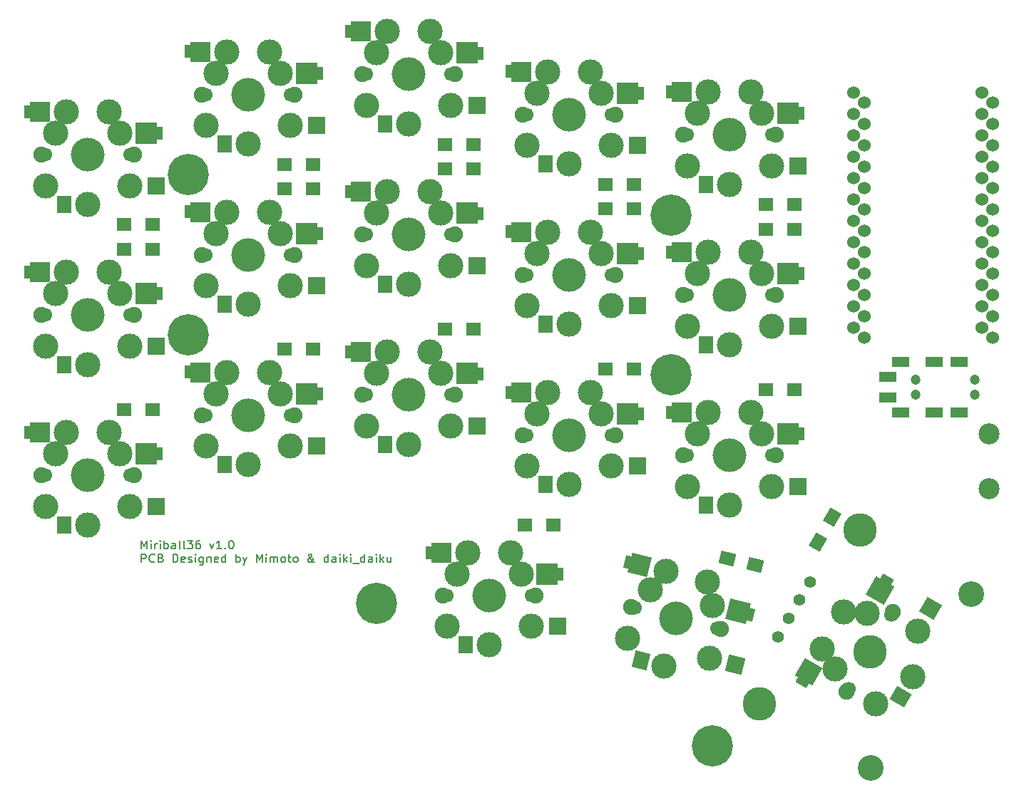
<source format=gbr>
%TF.GenerationSoftware,KiCad,Pcbnew,8.0.2-1*%
%TF.CreationDate,2024-06-10T16:48:46+09:00*%
%TF.ProjectId,Miriball36,4d697269-6261-46c6-9c33-362e6b696361,rev?*%
%TF.SameCoordinates,Original*%
%TF.FileFunction,Soldermask,Top*%
%TF.FilePolarity,Negative*%
%FSLAX46Y46*%
G04 Gerber Fmt 4.6, Leading zero omitted, Abs format (unit mm)*
G04 Created by KiCad (PCBNEW 8.0.2-1) date 2024-06-10 16:48:46*
%MOMM*%
%LPD*%
G01*
G04 APERTURE LIST*
G04 Aperture macros list*
%AMRotRect*
0 Rectangle, with rotation*
0 The origin of the aperture is its center*
0 $1 length*
0 $2 width*
0 $3 Rotation angle, in degrees counterclockwise*
0 Add horizontal line*
21,1,$1,$2,0,0,$3*%
G04 Aperture macros list end*
%ADD10C,0.150000*%
%ADD11R,1.800000X1.500000*%
%ADD12C,4.900000*%
%ADD13C,1.900000*%
%ADD14C,1.700000*%
%ADD15C,3.000000*%
%ADD16C,4.000000*%
%ADD17R,0.700000X1.500000*%
%ADD18R,2.400000X2.400000*%
%ADD19R,2.000000X2.000000*%
%ADD20R,1.800000X2.000000*%
%ADD21R,2.500000X2.500000*%
%ADD22C,3.987800*%
%ADD23C,3.048000*%
%ADD24RotRect,0.700000X1.500000X60.000000*%
%ADD25RotRect,2.400000X2.400000X240.000000*%
%ADD26RotRect,2.000000X2.000000X240.000000*%
%ADD27RotRect,1.800000X2.000000X240.000000*%
%ADD28RotRect,2.500000X2.500000X240.000000*%
%ADD29C,1.397000*%
%ADD30C,1.200000*%
%ADD31R,2.100000X1.200000*%
%ADD32RotRect,1.800000X1.500000X240.000000*%
%ADD33RotRect,1.800000X1.500000X166.000000*%
%ADD34C,2.500000*%
%ADD35RotRect,0.700000X1.500000X346.000000*%
%ADD36RotRect,2.400000X2.400000X166.000000*%
%ADD37RotRect,2.000000X2.000000X166.000000*%
%ADD38RotRect,1.800000X2.000000X166.000000*%
%ADD39RotRect,2.500000X2.500000X166.000000*%
%ADD40C,1.524000*%
G04 APERTURE END LIST*
D10*
X64176779Y-105399875D02*
X64176779Y-104399875D01*
X64176779Y-104399875D02*
X64510112Y-105114160D01*
X64510112Y-105114160D02*
X64843445Y-104399875D01*
X64843445Y-104399875D02*
X64843445Y-105399875D01*
X65319636Y-105399875D02*
X65319636Y-104733208D01*
X65319636Y-104399875D02*
X65272017Y-104447494D01*
X65272017Y-104447494D02*
X65319636Y-104495113D01*
X65319636Y-104495113D02*
X65367255Y-104447494D01*
X65367255Y-104447494D02*
X65319636Y-104399875D01*
X65319636Y-104399875D02*
X65319636Y-104495113D01*
X65795826Y-105399875D02*
X65795826Y-104733208D01*
X65795826Y-104923684D02*
X65843445Y-104828446D01*
X65843445Y-104828446D02*
X65891064Y-104780827D01*
X65891064Y-104780827D02*
X65986302Y-104733208D01*
X65986302Y-104733208D02*
X66081540Y-104733208D01*
X66414874Y-105399875D02*
X66414874Y-104733208D01*
X66414874Y-104399875D02*
X66367255Y-104447494D01*
X66367255Y-104447494D02*
X66414874Y-104495113D01*
X66414874Y-104495113D02*
X66462493Y-104447494D01*
X66462493Y-104447494D02*
X66414874Y-104399875D01*
X66414874Y-104399875D02*
X66414874Y-104495113D01*
X66891064Y-105399875D02*
X66891064Y-104399875D01*
X66891064Y-104780827D02*
X66986302Y-104733208D01*
X66986302Y-104733208D02*
X67176778Y-104733208D01*
X67176778Y-104733208D02*
X67272016Y-104780827D01*
X67272016Y-104780827D02*
X67319635Y-104828446D01*
X67319635Y-104828446D02*
X67367254Y-104923684D01*
X67367254Y-104923684D02*
X67367254Y-105209398D01*
X67367254Y-105209398D02*
X67319635Y-105304636D01*
X67319635Y-105304636D02*
X67272016Y-105352256D01*
X67272016Y-105352256D02*
X67176778Y-105399875D01*
X67176778Y-105399875D02*
X66986302Y-105399875D01*
X66986302Y-105399875D02*
X66891064Y-105352256D01*
X68224397Y-105399875D02*
X68224397Y-104876065D01*
X68224397Y-104876065D02*
X68176778Y-104780827D01*
X68176778Y-104780827D02*
X68081540Y-104733208D01*
X68081540Y-104733208D02*
X67891064Y-104733208D01*
X67891064Y-104733208D02*
X67795826Y-104780827D01*
X68224397Y-105352256D02*
X68129159Y-105399875D01*
X68129159Y-105399875D02*
X67891064Y-105399875D01*
X67891064Y-105399875D02*
X67795826Y-105352256D01*
X67795826Y-105352256D02*
X67748207Y-105257017D01*
X67748207Y-105257017D02*
X67748207Y-105161779D01*
X67748207Y-105161779D02*
X67795826Y-105066541D01*
X67795826Y-105066541D02*
X67891064Y-105018922D01*
X67891064Y-105018922D02*
X68129159Y-105018922D01*
X68129159Y-105018922D02*
X68224397Y-104971303D01*
X68843445Y-105399875D02*
X68748207Y-105352256D01*
X68748207Y-105352256D02*
X68700588Y-105257017D01*
X68700588Y-105257017D02*
X68700588Y-104399875D01*
X69367255Y-105399875D02*
X69272017Y-105352256D01*
X69272017Y-105352256D02*
X69224398Y-105257017D01*
X69224398Y-105257017D02*
X69224398Y-104399875D01*
X69652970Y-104399875D02*
X70272017Y-104399875D01*
X70272017Y-104399875D02*
X69938684Y-104780827D01*
X69938684Y-104780827D02*
X70081541Y-104780827D01*
X70081541Y-104780827D02*
X70176779Y-104828446D01*
X70176779Y-104828446D02*
X70224398Y-104876065D01*
X70224398Y-104876065D02*
X70272017Y-104971303D01*
X70272017Y-104971303D02*
X70272017Y-105209398D01*
X70272017Y-105209398D02*
X70224398Y-105304636D01*
X70224398Y-105304636D02*
X70176779Y-105352256D01*
X70176779Y-105352256D02*
X70081541Y-105399875D01*
X70081541Y-105399875D02*
X69795827Y-105399875D01*
X69795827Y-105399875D02*
X69700589Y-105352256D01*
X69700589Y-105352256D02*
X69652970Y-105304636D01*
X71129160Y-104399875D02*
X70938684Y-104399875D01*
X70938684Y-104399875D02*
X70843446Y-104447494D01*
X70843446Y-104447494D02*
X70795827Y-104495113D01*
X70795827Y-104495113D02*
X70700589Y-104637970D01*
X70700589Y-104637970D02*
X70652970Y-104828446D01*
X70652970Y-104828446D02*
X70652970Y-105209398D01*
X70652970Y-105209398D02*
X70700589Y-105304636D01*
X70700589Y-105304636D02*
X70748208Y-105352256D01*
X70748208Y-105352256D02*
X70843446Y-105399875D01*
X70843446Y-105399875D02*
X71033922Y-105399875D01*
X71033922Y-105399875D02*
X71129160Y-105352256D01*
X71129160Y-105352256D02*
X71176779Y-105304636D01*
X71176779Y-105304636D02*
X71224398Y-105209398D01*
X71224398Y-105209398D02*
X71224398Y-104971303D01*
X71224398Y-104971303D02*
X71176779Y-104876065D01*
X71176779Y-104876065D02*
X71129160Y-104828446D01*
X71129160Y-104828446D02*
X71033922Y-104780827D01*
X71033922Y-104780827D02*
X70843446Y-104780827D01*
X70843446Y-104780827D02*
X70748208Y-104828446D01*
X70748208Y-104828446D02*
X70700589Y-104876065D01*
X70700589Y-104876065D02*
X70652970Y-104971303D01*
X72319637Y-104733208D02*
X72557732Y-105399875D01*
X72557732Y-105399875D02*
X72795827Y-104733208D01*
X73700589Y-105399875D02*
X73129161Y-105399875D01*
X73414875Y-105399875D02*
X73414875Y-104399875D01*
X73414875Y-104399875D02*
X73319637Y-104542732D01*
X73319637Y-104542732D02*
X73224399Y-104637970D01*
X73224399Y-104637970D02*
X73129161Y-104685589D01*
X74129161Y-105304636D02*
X74176780Y-105352256D01*
X74176780Y-105352256D02*
X74129161Y-105399875D01*
X74129161Y-105399875D02*
X74081542Y-105352256D01*
X74081542Y-105352256D02*
X74129161Y-105304636D01*
X74129161Y-105304636D02*
X74129161Y-105399875D01*
X74795827Y-104399875D02*
X74891065Y-104399875D01*
X74891065Y-104399875D02*
X74986303Y-104447494D01*
X74986303Y-104447494D02*
X75033922Y-104495113D01*
X75033922Y-104495113D02*
X75081541Y-104590351D01*
X75081541Y-104590351D02*
X75129160Y-104780827D01*
X75129160Y-104780827D02*
X75129160Y-105018922D01*
X75129160Y-105018922D02*
X75081541Y-105209398D01*
X75081541Y-105209398D02*
X75033922Y-105304636D01*
X75033922Y-105304636D02*
X74986303Y-105352256D01*
X74986303Y-105352256D02*
X74891065Y-105399875D01*
X74891065Y-105399875D02*
X74795827Y-105399875D01*
X74795827Y-105399875D02*
X74700589Y-105352256D01*
X74700589Y-105352256D02*
X74652970Y-105304636D01*
X74652970Y-105304636D02*
X74605351Y-105209398D01*
X74605351Y-105209398D02*
X74557732Y-105018922D01*
X74557732Y-105018922D02*
X74557732Y-104780827D01*
X74557732Y-104780827D02*
X74605351Y-104590351D01*
X74605351Y-104590351D02*
X74652970Y-104495113D01*
X74652970Y-104495113D02*
X74700589Y-104447494D01*
X74700589Y-104447494D02*
X74795827Y-104399875D01*
X64176779Y-107009819D02*
X64176779Y-106009819D01*
X64176779Y-106009819D02*
X64557731Y-106009819D01*
X64557731Y-106009819D02*
X64652969Y-106057438D01*
X64652969Y-106057438D02*
X64700588Y-106105057D01*
X64700588Y-106105057D02*
X64748207Y-106200295D01*
X64748207Y-106200295D02*
X64748207Y-106343152D01*
X64748207Y-106343152D02*
X64700588Y-106438390D01*
X64700588Y-106438390D02*
X64652969Y-106486009D01*
X64652969Y-106486009D02*
X64557731Y-106533628D01*
X64557731Y-106533628D02*
X64176779Y-106533628D01*
X65748207Y-106914580D02*
X65700588Y-106962200D01*
X65700588Y-106962200D02*
X65557731Y-107009819D01*
X65557731Y-107009819D02*
X65462493Y-107009819D01*
X65462493Y-107009819D02*
X65319636Y-106962200D01*
X65319636Y-106962200D02*
X65224398Y-106866961D01*
X65224398Y-106866961D02*
X65176779Y-106771723D01*
X65176779Y-106771723D02*
X65129160Y-106581247D01*
X65129160Y-106581247D02*
X65129160Y-106438390D01*
X65129160Y-106438390D02*
X65176779Y-106247914D01*
X65176779Y-106247914D02*
X65224398Y-106152676D01*
X65224398Y-106152676D02*
X65319636Y-106057438D01*
X65319636Y-106057438D02*
X65462493Y-106009819D01*
X65462493Y-106009819D02*
X65557731Y-106009819D01*
X65557731Y-106009819D02*
X65700588Y-106057438D01*
X65700588Y-106057438D02*
X65748207Y-106105057D01*
X66510112Y-106486009D02*
X66652969Y-106533628D01*
X66652969Y-106533628D02*
X66700588Y-106581247D01*
X66700588Y-106581247D02*
X66748207Y-106676485D01*
X66748207Y-106676485D02*
X66748207Y-106819342D01*
X66748207Y-106819342D02*
X66700588Y-106914580D01*
X66700588Y-106914580D02*
X66652969Y-106962200D01*
X66652969Y-106962200D02*
X66557731Y-107009819D01*
X66557731Y-107009819D02*
X66176779Y-107009819D01*
X66176779Y-107009819D02*
X66176779Y-106009819D01*
X66176779Y-106009819D02*
X66510112Y-106009819D01*
X66510112Y-106009819D02*
X66605350Y-106057438D01*
X66605350Y-106057438D02*
X66652969Y-106105057D01*
X66652969Y-106105057D02*
X66700588Y-106200295D01*
X66700588Y-106200295D02*
X66700588Y-106295533D01*
X66700588Y-106295533D02*
X66652969Y-106390771D01*
X66652969Y-106390771D02*
X66605350Y-106438390D01*
X66605350Y-106438390D02*
X66510112Y-106486009D01*
X66510112Y-106486009D02*
X66176779Y-106486009D01*
X67938684Y-107009819D02*
X67938684Y-106009819D01*
X67938684Y-106009819D02*
X68176779Y-106009819D01*
X68176779Y-106009819D02*
X68319636Y-106057438D01*
X68319636Y-106057438D02*
X68414874Y-106152676D01*
X68414874Y-106152676D02*
X68462493Y-106247914D01*
X68462493Y-106247914D02*
X68510112Y-106438390D01*
X68510112Y-106438390D02*
X68510112Y-106581247D01*
X68510112Y-106581247D02*
X68462493Y-106771723D01*
X68462493Y-106771723D02*
X68414874Y-106866961D01*
X68414874Y-106866961D02*
X68319636Y-106962200D01*
X68319636Y-106962200D02*
X68176779Y-107009819D01*
X68176779Y-107009819D02*
X67938684Y-107009819D01*
X69319636Y-106962200D02*
X69224398Y-107009819D01*
X69224398Y-107009819D02*
X69033922Y-107009819D01*
X69033922Y-107009819D02*
X68938684Y-106962200D01*
X68938684Y-106962200D02*
X68891065Y-106866961D01*
X68891065Y-106866961D02*
X68891065Y-106486009D01*
X68891065Y-106486009D02*
X68938684Y-106390771D01*
X68938684Y-106390771D02*
X69033922Y-106343152D01*
X69033922Y-106343152D02*
X69224398Y-106343152D01*
X69224398Y-106343152D02*
X69319636Y-106390771D01*
X69319636Y-106390771D02*
X69367255Y-106486009D01*
X69367255Y-106486009D02*
X69367255Y-106581247D01*
X69367255Y-106581247D02*
X68891065Y-106676485D01*
X69748208Y-106962200D02*
X69843446Y-107009819D01*
X69843446Y-107009819D02*
X70033922Y-107009819D01*
X70033922Y-107009819D02*
X70129160Y-106962200D01*
X70129160Y-106962200D02*
X70176779Y-106866961D01*
X70176779Y-106866961D02*
X70176779Y-106819342D01*
X70176779Y-106819342D02*
X70129160Y-106724104D01*
X70129160Y-106724104D02*
X70033922Y-106676485D01*
X70033922Y-106676485D02*
X69891065Y-106676485D01*
X69891065Y-106676485D02*
X69795827Y-106628866D01*
X69795827Y-106628866D02*
X69748208Y-106533628D01*
X69748208Y-106533628D02*
X69748208Y-106486009D01*
X69748208Y-106486009D02*
X69795827Y-106390771D01*
X69795827Y-106390771D02*
X69891065Y-106343152D01*
X69891065Y-106343152D02*
X70033922Y-106343152D01*
X70033922Y-106343152D02*
X70129160Y-106390771D01*
X70605351Y-107009819D02*
X70605351Y-106343152D01*
X70605351Y-106009819D02*
X70557732Y-106057438D01*
X70557732Y-106057438D02*
X70605351Y-106105057D01*
X70605351Y-106105057D02*
X70652970Y-106057438D01*
X70652970Y-106057438D02*
X70605351Y-106009819D01*
X70605351Y-106009819D02*
X70605351Y-106105057D01*
X71510112Y-106343152D02*
X71510112Y-107152676D01*
X71510112Y-107152676D02*
X71462493Y-107247914D01*
X71462493Y-107247914D02*
X71414874Y-107295533D01*
X71414874Y-107295533D02*
X71319636Y-107343152D01*
X71319636Y-107343152D02*
X71176779Y-107343152D01*
X71176779Y-107343152D02*
X71081541Y-107295533D01*
X71510112Y-106962200D02*
X71414874Y-107009819D01*
X71414874Y-107009819D02*
X71224398Y-107009819D01*
X71224398Y-107009819D02*
X71129160Y-106962200D01*
X71129160Y-106962200D02*
X71081541Y-106914580D01*
X71081541Y-106914580D02*
X71033922Y-106819342D01*
X71033922Y-106819342D02*
X71033922Y-106533628D01*
X71033922Y-106533628D02*
X71081541Y-106438390D01*
X71081541Y-106438390D02*
X71129160Y-106390771D01*
X71129160Y-106390771D02*
X71224398Y-106343152D01*
X71224398Y-106343152D02*
X71414874Y-106343152D01*
X71414874Y-106343152D02*
X71510112Y-106390771D01*
X71986303Y-106343152D02*
X71986303Y-107009819D01*
X71986303Y-106438390D02*
X72033922Y-106390771D01*
X72033922Y-106390771D02*
X72129160Y-106343152D01*
X72129160Y-106343152D02*
X72272017Y-106343152D01*
X72272017Y-106343152D02*
X72367255Y-106390771D01*
X72367255Y-106390771D02*
X72414874Y-106486009D01*
X72414874Y-106486009D02*
X72414874Y-107009819D01*
X73272017Y-106962200D02*
X73176779Y-107009819D01*
X73176779Y-107009819D02*
X72986303Y-107009819D01*
X72986303Y-107009819D02*
X72891065Y-106962200D01*
X72891065Y-106962200D02*
X72843446Y-106866961D01*
X72843446Y-106866961D02*
X72843446Y-106486009D01*
X72843446Y-106486009D02*
X72891065Y-106390771D01*
X72891065Y-106390771D02*
X72986303Y-106343152D01*
X72986303Y-106343152D02*
X73176779Y-106343152D01*
X73176779Y-106343152D02*
X73272017Y-106390771D01*
X73272017Y-106390771D02*
X73319636Y-106486009D01*
X73319636Y-106486009D02*
X73319636Y-106581247D01*
X73319636Y-106581247D02*
X72843446Y-106676485D01*
X74176779Y-107009819D02*
X74176779Y-106009819D01*
X74176779Y-106962200D02*
X74081541Y-107009819D01*
X74081541Y-107009819D02*
X73891065Y-107009819D01*
X73891065Y-107009819D02*
X73795827Y-106962200D01*
X73795827Y-106962200D02*
X73748208Y-106914580D01*
X73748208Y-106914580D02*
X73700589Y-106819342D01*
X73700589Y-106819342D02*
X73700589Y-106533628D01*
X73700589Y-106533628D02*
X73748208Y-106438390D01*
X73748208Y-106438390D02*
X73795827Y-106390771D01*
X73795827Y-106390771D02*
X73891065Y-106343152D01*
X73891065Y-106343152D02*
X74081541Y-106343152D01*
X74081541Y-106343152D02*
X74176779Y-106390771D01*
X75414875Y-107009819D02*
X75414875Y-106009819D01*
X75414875Y-106390771D02*
X75510113Y-106343152D01*
X75510113Y-106343152D02*
X75700589Y-106343152D01*
X75700589Y-106343152D02*
X75795827Y-106390771D01*
X75795827Y-106390771D02*
X75843446Y-106438390D01*
X75843446Y-106438390D02*
X75891065Y-106533628D01*
X75891065Y-106533628D02*
X75891065Y-106819342D01*
X75891065Y-106819342D02*
X75843446Y-106914580D01*
X75843446Y-106914580D02*
X75795827Y-106962200D01*
X75795827Y-106962200D02*
X75700589Y-107009819D01*
X75700589Y-107009819D02*
X75510113Y-107009819D01*
X75510113Y-107009819D02*
X75414875Y-106962200D01*
X76224399Y-106343152D02*
X76462494Y-107009819D01*
X76700589Y-106343152D02*
X76462494Y-107009819D01*
X76462494Y-107009819D02*
X76367256Y-107247914D01*
X76367256Y-107247914D02*
X76319637Y-107295533D01*
X76319637Y-107295533D02*
X76224399Y-107343152D01*
X77843447Y-107009819D02*
X77843447Y-106009819D01*
X77843447Y-106009819D02*
X78176780Y-106724104D01*
X78176780Y-106724104D02*
X78510113Y-106009819D01*
X78510113Y-106009819D02*
X78510113Y-107009819D01*
X78986304Y-107009819D02*
X78986304Y-106343152D01*
X78986304Y-106009819D02*
X78938685Y-106057438D01*
X78938685Y-106057438D02*
X78986304Y-106105057D01*
X78986304Y-106105057D02*
X79033923Y-106057438D01*
X79033923Y-106057438D02*
X78986304Y-106009819D01*
X78986304Y-106009819D02*
X78986304Y-106105057D01*
X79462494Y-107009819D02*
X79462494Y-106343152D01*
X79462494Y-106438390D02*
X79510113Y-106390771D01*
X79510113Y-106390771D02*
X79605351Y-106343152D01*
X79605351Y-106343152D02*
X79748208Y-106343152D01*
X79748208Y-106343152D02*
X79843446Y-106390771D01*
X79843446Y-106390771D02*
X79891065Y-106486009D01*
X79891065Y-106486009D02*
X79891065Y-107009819D01*
X79891065Y-106486009D02*
X79938684Y-106390771D01*
X79938684Y-106390771D02*
X80033922Y-106343152D01*
X80033922Y-106343152D02*
X80176779Y-106343152D01*
X80176779Y-106343152D02*
X80272018Y-106390771D01*
X80272018Y-106390771D02*
X80319637Y-106486009D01*
X80319637Y-106486009D02*
X80319637Y-107009819D01*
X80938684Y-107009819D02*
X80843446Y-106962200D01*
X80843446Y-106962200D02*
X80795827Y-106914580D01*
X80795827Y-106914580D02*
X80748208Y-106819342D01*
X80748208Y-106819342D02*
X80748208Y-106533628D01*
X80748208Y-106533628D02*
X80795827Y-106438390D01*
X80795827Y-106438390D02*
X80843446Y-106390771D01*
X80843446Y-106390771D02*
X80938684Y-106343152D01*
X80938684Y-106343152D02*
X81081541Y-106343152D01*
X81081541Y-106343152D02*
X81176779Y-106390771D01*
X81176779Y-106390771D02*
X81224398Y-106438390D01*
X81224398Y-106438390D02*
X81272017Y-106533628D01*
X81272017Y-106533628D02*
X81272017Y-106819342D01*
X81272017Y-106819342D02*
X81224398Y-106914580D01*
X81224398Y-106914580D02*
X81176779Y-106962200D01*
X81176779Y-106962200D02*
X81081541Y-107009819D01*
X81081541Y-107009819D02*
X80938684Y-107009819D01*
X81557732Y-106343152D02*
X81938684Y-106343152D01*
X81700589Y-106009819D02*
X81700589Y-106866961D01*
X81700589Y-106866961D02*
X81748208Y-106962200D01*
X81748208Y-106962200D02*
X81843446Y-107009819D01*
X81843446Y-107009819D02*
X81938684Y-107009819D01*
X82414875Y-107009819D02*
X82319637Y-106962200D01*
X82319637Y-106962200D02*
X82272018Y-106914580D01*
X82272018Y-106914580D02*
X82224399Y-106819342D01*
X82224399Y-106819342D02*
X82224399Y-106533628D01*
X82224399Y-106533628D02*
X82272018Y-106438390D01*
X82272018Y-106438390D02*
X82319637Y-106390771D01*
X82319637Y-106390771D02*
X82414875Y-106343152D01*
X82414875Y-106343152D02*
X82557732Y-106343152D01*
X82557732Y-106343152D02*
X82652970Y-106390771D01*
X82652970Y-106390771D02*
X82700589Y-106438390D01*
X82700589Y-106438390D02*
X82748208Y-106533628D01*
X82748208Y-106533628D02*
X82748208Y-106819342D01*
X82748208Y-106819342D02*
X82700589Y-106914580D01*
X82700589Y-106914580D02*
X82652970Y-106962200D01*
X82652970Y-106962200D02*
X82557732Y-107009819D01*
X82557732Y-107009819D02*
X82414875Y-107009819D01*
X84748209Y-107009819D02*
X84700590Y-107009819D01*
X84700590Y-107009819D02*
X84605351Y-106962200D01*
X84605351Y-106962200D02*
X84462494Y-106819342D01*
X84462494Y-106819342D02*
X84224399Y-106533628D01*
X84224399Y-106533628D02*
X84129161Y-106390771D01*
X84129161Y-106390771D02*
X84081542Y-106247914D01*
X84081542Y-106247914D02*
X84081542Y-106152676D01*
X84081542Y-106152676D02*
X84129161Y-106057438D01*
X84129161Y-106057438D02*
X84224399Y-106009819D01*
X84224399Y-106009819D02*
X84272018Y-106009819D01*
X84272018Y-106009819D02*
X84367256Y-106057438D01*
X84367256Y-106057438D02*
X84414875Y-106152676D01*
X84414875Y-106152676D02*
X84414875Y-106200295D01*
X84414875Y-106200295D02*
X84367256Y-106295533D01*
X84367256Y-106295533D02*
X84319637Y-106343152D01*
X84319637Y-106343152D02*
X84033923Y-106533628D01*
X84033923Y-106533628D02*
X83986304Y-106581247D01*
X83986304Y-106581247D02*
X83938685Y-106676485D01*
X83938685Y-106676485D02*
X83938685Y-106819342D01*
X83938685Y-106819342D02*
X83986304Y-106914580D01*
X83986304Y-106914580D02*
X84033923Y-106962200D01*
X84033923Y-106962200D02*
X84129161Y-107009819D01*
X84129161Y-107009819D02*
X84272018Y-107009819D01*
X84272018Y-107009819D02*
X84367256Y-106962200D01*
X84367256Y-106962200D02*
X84414875Y-106914580D01*
X84414875Y-106914580D02*
X84557732Y-106724104D01*
X84557732Y-106724104D02*
X84605351Y-106581247D01*
X84605351Y-106581247D02*
X84605351Y-106486009D01*
X86367256Y-107009819D02*
X86367256Y-106009819D01*
X86367256Y-106962200D02*
X86272018Y-107009819D01*
X86272018Y-107009819D02*
X86081542Y-107009819D01*
X86081542Y-107009819D02*
X85986304Y-106962200D01*
X85986304Y-106962200D02*
X85938685Y-106914580D01*
X85938685Y-106914580D02*
X85891066Y-106819342D01*
X85891066Y-106819342D02*
X85891066Y-106533628D01*
X85891066Y-106533628D02*
X85938685Y-106438390D01*
X85938685Y-106438390D02*
X85986304Y-106390771D01*
X85986304Y-106390771D02*
X86081542Y-106343152D01*
X86081542Y-106343152D02*
X86272018Y-106343152D01*
X86272018Y-106343152D02*
X86367256Y-106390771D01*
X87272018Y-107009819D02*
X87272018Y-106486009D01*
X87272018Y-106486009D02*
X87224399Y-106390771D01*
X87224399Y-106390771D02*
X87129161Y-106343152D01*
X87129161Y-106343152D02*
X86938685Y-106343152D01*
X86938685Y-106343152D02*
X86843447Y-106390771D01*
X87272018Y-106962200D02*
X87176780Y-107009819D01*
X87176780Y-107009819D02*
X86938685Y-107009819D01*
X86938685Y-107009819D02*
X86843447Y-106962200D01*
X86843447Y-106962200D02*
X86795828Y-106866961D01*
X86795828Y-106866961D02*
X86795828Y-106771723D01*
X86795828Y-106771723D02*
X86843447Y-106676485D01*
X86843447Y-106676485D02*
X86938685Y-106628866D01*
X86938685Y-106628866D02*
X87176780Y-106628866D01*
X87176780Y-106628866D02*
X87272018Y-106581247D01*
X87748209Y-107009819D02*
X87748209Y-106343152D01*
X87748209Y-106009819D02*
X87700590Y-106057438D01*
X87700590Y-106057438D02*
X87748209Y-106105057D01*
X87748209Y-106105057D02*
X87795828Y-106057438D01*
X87795828Y-106057438D02*
X87748209Y-106009819D01*
X87748209Y-106009819D02*
X87748209Y-106105057D01*
X88224399Y-107009819D02*
X88224399Y-106009819D01*
X88319637Y-106628866D02*
X88605351Y-107009819D01*
X88605351Y-106343152D02*
X88224399Y-106724104D01*
X89033923Y-107009819D02*
X89033923Y-106343152D01*
X89033923Y-106009819D02*
X88986304Y-106057438D01*
X88986304Y-106057438D02*
X89033923Y-106105057D01*
X89033923Y-106105057D02*
X89081542Y-106057438D01*
X89081542Y-106057438D02*
X89033923Y-106009819D01*
X89033923Y-106009819D02*
X89033923Y-106105057D01*
X89272018Y-107105057D02*
X90033922Y-107105057D01*
X90700589Y-107009819D02*
X90700589Y-106009819D01*
X90700589Y-106962200D02*
X90605351Y-107009819D01*
X90605351Y-107009819D02*
X90414875Y-107009819D01*
X90414875Y-107009819D02*
X90319637Y-106962200D01*
X90319637Y-106962200D02*
X90272018Y-106914580D01*
X90272018Y-106914580D02*
X90224399Y-106819342D01*
X90224399Y-106819342D02*
X90224399Y-106533628D01*
X90224399Y-106533628D02*
X90272018Y-106438390D01*
X90272018Y-106438390D02*
X90319637Y-106390771D01*
X90319637Y-106390771D02*
X90414875Y-106343152D01*
X90414875Y-106343152D02*
X90605351Y-106343152D01*
X90605351Y-106343152D02*
X90700589Y-106390771D01*
X91605351Y-107009819D02*
X91605351Y-106486009D01*
X91605351Y-106486009D02*
X91557732Y-106390771D01*
X91557732Y-106390771D02*
X91462494Y-106343152D01*
X91462494Y-106343152D02*
X91272018Y-106343152D01*
X91272018Y-106343152D02*
X91176780Y-106390771D01*
X91605351Y-106962200D02*
X91510113Y-107009819D01*
X91510113Y-107009819D02*
X91272018Y-107009819D01*
X91272018Y-107009819D02*
X91176780Y-106962200D01*
X91176780Y-106962200D02*
X91129161Y-106866961D01*
X91129161Y-106866961D02*
X91129161Y-106771723D01*
X91129161Y-106771723D02*
X91176780Y-106676485D01*
X91176780Y-106676485D02*
X91272018Y-106628866D01*
X91272018Y-106628866D02*
X91510113Y-106628866D01*
X91510113Y-106628866D02*
X91605351Y-106581247D01*
X92081542Y-107009819D02*
X92081542Y-106343152D01*
X92081542Y-106009819D02*
X92033923Y-106057438D01*
X92033923Y-106057438D02*
X92081542Y-106105057D01*
X92081542Y-106105057D02*
X92129161Y-106057438D01*
X92129161Y-106057438D02*
X92081542Y-106009819D01*
X92081542Y-106009819D02*
X92081542Y-106105057D01*
X92557732Y-107009819D02*
X92557732Y-106009819D01*
X92652970Y-106628866D02*
X92938684Y-107009819D01*
X92938684Y-106343152D02*
X92557732Y-106724104D01*
X93795827Y-106343152D02*
X93795827Y-107009819D01*
X93367256Y-106343152D02*
X93367256Y-106866961D01*
X93367256Y-106866961D02*
X93414875Y-106962200D01*
X93414875Y-106962200D02*
X93510113Y-107009819D01*
X93510113Y-107009819D02*
X93652970Y-107009819D01*
X93652970Y-107009819D02*
X93748208Y-106962200D01*
X93748208Y-106962200D02*
X93795827Y-106914580D01*
D11*
%TO.C,D11*%
X65493250Y-88821300D03*
X62093250Y-88821300D03*
%TD*%
D12*
%TO.C,TH3*%
X69746500Y-60921300D03*
%TD*%
D11*
%TO.C,D8*%
X103594050Y-60245700D03*
X100194050Y-60245700D03*
%TD*%
D13*
%TO.C,SW1*%
X52340000Y-58540000D03*
D14*
X52760000Y-58540000D03*
D15*
X52840000Y-62240000D03*
X54030000Y-55999999D03*
X55300000Y-53460000D03*
D16*
X57840000Y-58540000D03*
D15*
X57840000Y-64440000D03*
X60380000Y-53460000D03*
X61650000Y-56000000D03*
X62840000Y-62240000D03*
D14*
X62920000Y-58540000D03*
D13*
X63340000Y-58540000D03*
D17*
X50640000Y-53440000D03*
D18*
X52140000Y-53460000D03*
D19*
X65940000Y-62240000D03*
D20*
X55040000Y-64440000D03*
D21*
X64740000Y-55999999D03*
D17*
X66340000Y-56040000D03*
%TD*%
D13*
%TO.C,SW4*%
X109491200Y-53777400D03*
D14*
X109911200Y-53777400D03*
D15*
X109991200Y-57477400D03*
X111181200Y-51237399D03*
X112451200Y-48697400D03*
D16*
X114991200Y-53777400D03*
D15*
X114991200Y-59677400D03*
X117531200Y-48697400D03*
X118801200Y-51237400D03*
X119991200Y-57477400D03*
D14*
X120071200Y-53777400D03*
D13*
X120491200Y-53777400D03*
D17*
X107791200Y-48677400D03*
D18*
X109291200Y-48697400D03*
D19*
X123091200Y-57477400D03*
D20*
X112191200Y-59677400D03*
D21*
X121891200Y-51237399D03*
D17*
X123491200Y-51277400D03*
%TD*%
D13*
%TO.C,SW7*%
X71390400Y-70446500D03*
D14*
X71810400Y-70446500D03*
D15*
X71890400Y-74146500D03*
X73080400Y-67906499D03*
X74350400Y-65366500D03*
D16*
X76890400Y-70446500D03*
D15*
X76890400Y-76346500D03*
X79430400Y-65366500D03*
X80700400Y-67906500D03*
X81890400Y-74146500D03*
D14*
X81970400Y-70446500D03*
D13*
X82390400Y-70446500D03*
D17*
X69690400Y-65346500D03*
D18*
X71190400Y-65366500D03*
D19*
X84990400Y-74146500D03*
D20*
X74090400Y-76346500D03*
D21*
X83790400Y-67906499D03*
D17*
X85390400Y-67946500D03*
%TD*%
D22*
%TO.C,SW18*%
X137541960Y-123841111D03*
D23*
X150740187Y-131461111D03*
D13*
X147910000Y-122393140D03*
D14*
X148120000Y-122029409D03*
D15*
X151364294Y-123810127D03*
X146555295Y-119659556D03*
X144990591Y-117289705D03*
D22*
X150660000Y-117630000D03*
D15*
X155769550Y-120580000D03*
X147530591Y-112890295D03*
X150365295Y-113060443D03*
X156364294Y-115149873D03*
D14*
X153200000Y-113230591D03*
D13*
X153410000Y-112866860D03*
D22*
X149479960Y-103163889D03*
D23*
X162678187Y-110783889D03*
D24*
X142643270Y-121315383D03*
D25*
X143410591Y-120026345D03*
D26*
X157914294Y-112465194D03*
D27*
X154369550Y-123004871D03*
D28*
X151910295Y-110384424D03*
D24*
X152744936Y-109018784D03*
%TD*%
D29*
%TO.C,OL1*%
X139770000Y-115899410D03*
X141040000Y-113699705D03*
X142310000Y-111500000D03*
X143580000Y-109300296D03*
%TD*%
D13*
%TO.C,SW16*%
X99966000Y-110928600D03*
D14*
X100386000Y-110928600D03*
D15*
X100466000Y-114628600D03*
X101656000Y-108388599D03*
X102926000Y-105848600D03*
D16*
X105466000Y-110928600D03*
D15*
X105466000Y-116828600D03*
X108006000Y-105848600D03*
X109276000Y-108388600D03*
X110466000Y-114628600D03*
D14*
X110546000Y-110928600D03*
D13*
X110966000Y-110928600D03*
D17*
X98266000Y-105828600D03*
D18*
X99766000Y-105848600D03*
D19*
X113566000Y-114628600D03*
D20*
X102666000Y-116828600D03*
D21*
X112366000Y-108388599D03*
D17*
X113966000Y-108428600D03*
%TD*%
D30*
%TO.C,J2*%
X163110000Y-85300000D03*
X156110000Y-85300000D03*
X163110000Y-87050000D03*
X156110000Y-87050000D03*
D31*
X152810000Y-84950000D03*
X152810000Y-87400000D03*
X161310000Y-83200000D03*
X161310000Y-89150000D03*
X158310000Y-83200000D03*
X158310000Y-89150000D03*
X154310000Y-83200000D03*
X154310000Y-89150000D03*
%TD*%
D13*
%TO.C,SW2*%
X71390400Y-51396100D03*
D14*
X71810400Y-51396100D03*
D15*
X71890400Y-55096100D03*
X73080400Y-48856099D03*
X74350400Y-46316100D03*
D16*
X76890400Y-51396100D03*
D15*
X76890400Y-57296100D03*
X79430400Y-46316100D03*
X80700400Y-48856100D03*
X81890400Y-55096100D03*
D14*
X81970400Y-51396100D03*
D13*
X82390400Y-51396100D03*
D17*
X69690400Y-46296100D03*
D18*
X71190400Y-46316100D03*
D19*
X84990400Y-55096100D03*
D20*
X74090400Y-57296100D03*
D21*
X83790400Y-48856099D03*
D17*
X85390400Y-48896100D03*
%TD*%
D13*
%TO.C,SW6*%
X52340000Y-77590400D03*
D14*
X52760000Y-77590400D03*
D15*
X52840000Y-81290400D03*
X54030000Y-75050399D03*
X55300000Y-72510400D03*
D16*
X57840000Y-77590400D03*
D15*
X57840000Y-83490400D03*
X60380000Y-72510400D03*
X61650000Y-75050400D03*
X62840000Y-81290400D03*
D14*
X62920000Y-77590400D03*
D13*
X63340000Y-77590400D03*
D17*
X50640000Y-72490400D03*
D18*
X52140000Y-72510400D03*
D19*
X65940000Y-81290400D03*
D20*
X55040000Y-83490400D03*
D21*
X64740000Y-75050399D03*
D17*
X66340000Y-75090400D03*
%TD*%
D13*
%TO.C,SW3*%
X90440800Y-49014800D03*
D14*
X90860800Y-49014800D03*
D15*
X90940800Y-52714800D03*
X92130800Y-46474799D03*
X93400800Y-43934800D03*
D16*
X95940800Y-49014800D03*
D15*
X95940800Y-54914800D03*
X98480800Y-43934800D03*
X99750800Y-46474800D03*
X100940800Y-52714800D03*
D14*
X101020800Y-49014800D03*
D13*
X101440800Y-49014800D03*
D17*
X88740800Y-43914800D03*
D18*
X90240800Y-43934800D03*
D19*
X104040800Y-52714800D03*
D20*
X93140800Y-54914800D03*
D21*
X102840800Y-46474799D03*
D17*
X104440800Y-46514800D03*
%TD*%
D11*
%TO.C,D9*%
X122644450Y-65008300D03*
X119244450Y-65008300D03*
%TD*%
%TO.C,D10*%
X141694850Y-67389600D03*
X138294850Y-67389600D03*
%TD*%
%TO.C,D14*%
X122644450Y-84058700D03*
X119244450Y-84058700D03*
%TD*%
D12*
%TO.C,*%
X69746500Y-79971700D03*
%TD*%
D32*
%TO.C,D18*%
X146240000Y-101625514D03*
X144540000Y-104570000D03*
%TD*%
D33*
%TO.C,D17*%
X137019426Y-107337571D03*
X133720420Y-106515037D03*
%TD*%
D11*
%TO.C,D5*%
X141694850Y-64493250D03*
X138294850Y-64493250D03*
%TD*%
%TO.C,D7*%
X84543650Y-62627000D03*
X81143650Y-62627000D03*
%TD*%
%TO.C,D6*%
X65493250Y-69770900D03*
X62093250Y-69770900D03*
%TD*%
%TO.C,D13*%
X103594050Y-79296100D03*
X100194050Y-79296100D03*
%TD*%
D13*
%TO.C,SW8*%
X90440800Y-68065200D03*
D14*
X90860800Y-68065200D03*
D15*
X90940800Y-71765200D03*
X92130800Y-65525199D03*
X93400800Y-62985200D03*
D16*
X95940800Y-68065200D03*
D15*
X95940800Y-73965200D03*
X98480800Y-62985200D03*
X99750800Y-65525200D03*
X100940800Y-71765200D03*
D14*
X101020800Y-68065200D03*
D13*
X101440800Y-68065200D03*
D17*
X88740800Y-62965200D03*
D18*
X90240800Y-62985200D03*
D19*
X104040800Y-71765200D03*
D20*
X93140800Y-73965200D03*
D21*
X102840800Y-65525199D03*
D17*
X104440800Y-65565200D03*
%TD*%
D13*
%TO.C,SW15*%
X128541600Y-94259500D03*
D14*
X128961600Y-94259500D03*
D15*
X129041600Y-97959500D03*
X130231600Y-91719499D03*
X131501600Y-89179500D03*
D16*
X134041600Y-94259500D03*
D15*
X134041600Y-100159500D03*
X136581600Y-89179500D03*
X137851600Y-91719500D03*
X139041600Y-97959500D03*
D14*
X139121600Y-94259500D03*
D13*
X139541600Y-94259500D03*
D17*
X126841600Y-89159500D03*
D18*
X128341600Y-89179500D03*
D19*
X142141600Y-97959500D03*
D20*
X131241600Y-100159500D03*
D21*
X140941600Y-91719499D03*
D17*
X142541600Y-91759500D03*
%TD*%
D13*
%TO.C,SW5*%
X128541600Y-56158700D03*
D14*
X128961600Y-56158700D03*
D15*
X129041600Y-59858700D03*
X130231600Y-53618699D03*
X131501600Y-51078700D03*
D16*
X134041600Y-56158700D03*
D15*
X134041600Y-62058700D03*
X136581600Y-51078700D03*
X137851600Y-53618700D03*
X139041600Y-59858700D03*
D14*
X139121600Y-56158700D03*
D13*
X139541600Y-56158700D03*
D17*
X126841600Y-51058700D03*
D18*
X128341600Y-51078700D03*
D19*
X142141600Y-59858700D03*
D20*
X131241600Y-62058700D03*
D21*
X140941600Y-53618699D03*
D17*
X142541600Y-53658700D03*
%TD*%
D34*
%TO.C,SW19*%
X164830000Y-98260000D03*
X164830000Y-91760000D03*
%TD*%
D13*
%TO.C,SW13*%
X90440800Y-87115600D03*
D14*
X90860800Y-87115600D03*
D15*
X90940800Y-90815600D03*
X92130800Y-84575599D03*
X93400800Y-82035600D03*
D16*
X95940800Y-87115600D03*
D15*
X95940800Y-93015600D03*
X98480800Y-82035600D03*
X99750800Y-84575600D03*
X100940800Y-90815600D03*
D14*
X101020800Y-87115600D03*
D13*
X101440800Y-87115600D03*
D17*
X88740800Y-82015600D03*
D18*
X90240800Y-82035600D03*
D19*
X104040800Y-90815600D03*
D20*
X93140800Y-93015600D03*
D21*
X102840800Y-84575599D03*
D17*
X104440800Y-84615600D03*
%TD*%
D11*
%TO.C,D2*%
X84543650Y-59730650D03*
X81143650Y-59730650D03*
%TD*%
D12*
%TO.C,TH3*%
X131940000Y-128790000D03*
%TD*%
D11*
%TO.C,D4*%
X122644450Y-62111950D03*
X119244450Y-62111950D03*
%TD*%
D13*
%TO.C,SW17*%
X122343374Y-112309430D03*
D14*
X122750898Y-112411037D03*
D15*
X121933410Y-116020485D03*
X124597655Y-110253725D03*
X126444412Y-108096416D03*
D16*
X127680000Y-113640000D03*
D15*
X126252661Y-119364745D03*
X131373514Y-109325379D03*
X131991308Y-112097171D03*
X131636368Y-118439704D03*
D14*
X132609102Y-114868963D03*
D13*
X133016626Y-114970570D03*
D35*
X121927672Y-106949654D03*
D36*
X123378278Y-107331943D03*
D37*
X134644284Y-119189663D03*
D38*
X123535833Y-118687363D03*
D39*
X134989522Y-112844709D03*
D35*
X136532318Y-113270597D03*
%TD*%
D12*
%TO.C,*%
X127090000Y-65700000D03*
%TD*%
D11*
%TO.C,D1*%
X65493250Y-66874550D03*
X62093250Y-66874550D03*
%TD*%
%TO.C,D12*%
X84543650Y-81677400D03*
X81143650Y-81677400D03*
%TD*%
%TO.C,D16*%
X113119250Y-102594050D03*
X109719250Y-102594050D03*
%TD*%
D13*
%TO.C,SW10*%
X128541600Y-75209100D03*
D14*
X128961600Y-75209100D03*
D15*
X129041600Y-78909100D03*
X130231600Y-72669099D03*
X131501600Y-70129100D03*
D16*
X134041600Y-75209100D03*
D15*
X134041600Y-81109100D03*
X136581600Y-70129100D03*
X137851600Y-72669100D03*
X139041600Y-78909100D03*
D14*
X139121600Y-75209100D03*
D13*
X139541600Y-75209100D03*
D17*
X126841600Y-70109100D03*
D18*
X128341600Y-70129100D03*
D19*
X142141600Y-78909100D03*
D20*
X131241600Y-81109100D03*
D21*
X140941600Y-72669099D03*
D17*
X142541600Y-72709100D03*
%TD*%
D11*
%TO.C,D3*%
X103594050Y-57349350D03*
X100194050Y-57349350D03*
%TD*%
D13*
%TO.C,SW14*%
X109491200Y-91878200D03*
D14*
X109911200Y-91878200D03*
D15*
X109991200Y-95578200D03*
X111181200Y-89338199D03*
X112451200Y-86798200D03*
D16*
X114991200Y-91878200D03*
D15*
X114991200Y-97778200D03*
X117531200Y-86798200D03*
X118801200Y-89338200D03*
X119991200Y-95578200D03*
D14*
X120071200Y-91878200D03*
D13*
X120491200Y-91878200D03*
D17*
X107791200Y-86778200D03*
D18*
X109291200Y-86798200D03*
D19*
X123091200Y-95578200D03*
D20*
X112191200Y-97778200D03*
D21*
X121891200Y-89338199D03*
D17*
X123491200Y-89378200D03*
%TD*%
D40*
%TO.C,U1*%
X148708465Y-51204255D03*
X165247280Y-52400000D03*
X148708465Y-53744255D03*
X165247280Y-54940000D03*
X148708465Y-56284255D03*
X165247280Y-57480000D03*
X148708465Y-58824255D03*
X165247280Y-60020000D03*
X148708465Y-61364255D03*
X165247280Y-62560000D03*
X148708465Y-63904255D03*
X165247280Y-65100000D03*
X148708465Y-66444255D03*
X165247280Y-67640000D03*
X148708465Y-68984255D03*
X165247280Y-70180000D03*
X148708465Y-71524255D03*
X165247280Y-72720000D03*
X148708465Y-74064255D03*
X165247280Y-75260000D03*
X148708465Y-76604255D03*
X165247280Y-77800000D03*
X148708465Y-79144255D03*
X165247280Y-80340000D03*
X150007280Y-80340000D03*
X163948465Y-79144255D03*
X150007280Y-77800000D03*
X163948465Y-76604255D03*
X150007280Y-75260000D03*
X163948465Y-74064255D03*
X150007280Y-72720000D03*
X163948465Y-71524255D03*
X150007280Y-70180000D03*
X163948465Y-68984255D03*
X150007280Y-67640000D03*
X163948465Y-66444255D03*
X150007280Y-65100000D03*
X163948465Y-63904255D03*
X150007280Y-62560000D03*
X163948465Y-61364255D03*
X150007280Y-60020000D03*
X163948465Y-58824255D03*
X150007280Y-57480000D03*
X163948465Y-56284255D03*
X150007280Y-54940000D03*
X163948465Y-53744255D03*
X150007280Y-52400000D03*
X163948465Y-51204255D03*
%TD*%
D13*
%TO.C,SW11*%
X52340000Y-96640800D03*
D14*
X52760000Y-96640800D03*
D15*
X52840000Y-100340800D03*
X54030000Y-94100799D03*
X55300000Y-91560800D03*
D16*
X57840000Y-96640800D03*
D15*
X57840000Y-102540800D03*
X60380000Y-91560800D03*
X61650000Y-94100800D03*
X62840000Y-100340800D03*
D14*
X62920000Y-96640800D03*
D13*
X63340000Y-96640800D03*
D17*
X50640000Y-91540800D03*
D18*
X52140000Y-91560800D03*
D19*
X65940000Y-100340800D03*
D20*
X55040000Y-102540800D03*
D21*
X64740000Y-94100799D03*
D17*
X66340000Y-94140800D03*
%TD*%
D13*
%TO.C,SW12*%
X71390400Y-89496900D03*
D14*
X71810400Y-89496900D03*
D15*
X71890400Y-93196900D03*
X73080400Y-86956899D03*
X74350400Y-84416900D03*
D16*
X76890400Y-89496900D03*
D15*
X76890400Y-95396900D03*
X79430400Y-84416900D03*
X80700400Y-86956900D03*
X81890400Y-93196900D03*
D14*
X81970400Y-89496900D03*
D13*
X82390400Y-89496900D03*
D17*
X69690400Y-84396900D03*
D18*
X71190400Y-84416900D03*
D19*
X84990400Y-93196900D03*
D20*
X74090400Y-95396900D03*
D21*
X83790400Y-86956899D03*
D17*
X85390400Y-86996900D03*
%TD*%
D12*
%TO.C,TH3*%
X92130000Y-111890000D03*
%TD*%
%TO.C,*%
X127090000Y-84734300D03*
%TD*%
D11*
%TO.C,D15*%
X141694850Y-86440000D03*
X138294850Y-86440000D03*
%TD*%
D13*
%TO.C,SW9*%
X109491200Y-72827800D03*
D14*
X109911200Y-72827800D03*
D15*
X109991200Y-76527800D03*
X111181200Y-70287799D03*
X112451200Y-67747800D03*
D16*
X114991200Y-72827800D03*
D15*
X114991200Y-78727800D03*
X117531200Y-67747800D03*
X118801200Y-70287800D03*
X119991200Y-76527800D03*
D14*
X120071200Y-72827800D03*
D13*
X120491200Y-72827800D03*
D17*
X107791200Y-67727800D03*
D18*
X109291200Y-67747800D03*
D19*
X123091200Y-76527800D03*
D20*
X112191200Y-78727800D03*
D21*
X121891200Y-70287799D03*
D17*
X123491200Y-70327800D03*
%TD*%
M02*

</source>
